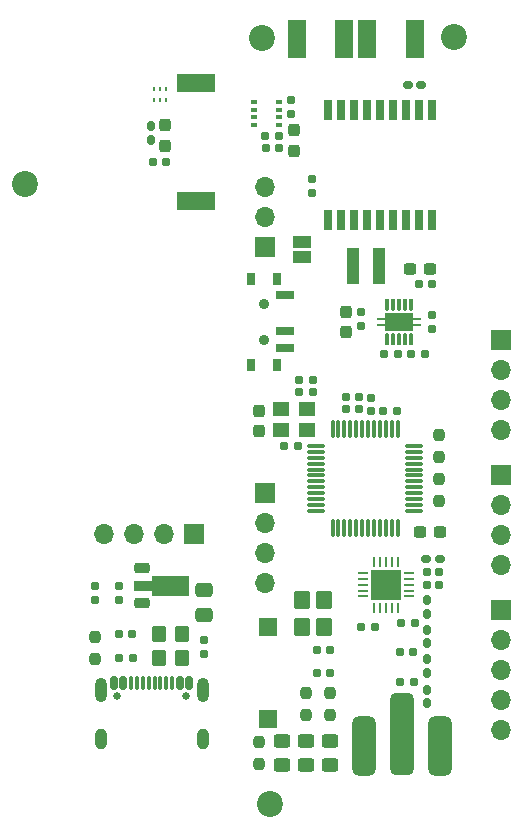
<source format=gbr>
%TF.GenerationSoftware,KiCad,Pcbnew,8.0.1*%
%TF.CreationDate,2024-07-19T12:33:08-04:00*%
%TF.ProjectId,Tiny4FSK,54696e79-3446-4534-9b2e-6b696361645f,rev?*%
%TF.SameCoordinates,Original*%
%TF.FileFunction,Soldermask,Top*%
%TF.FilePolarity,Negative*%
%FSLAX46Y46*%
G04 Gerber Fmt 4.6, Leading zero omitted, Abs format (unit mm)*
G04 Created by KiCad (PCBNEW 8.0.1) date 2024-07-19 12:33:08*
%MOMM*%
%LPD*%
G01*
G04 APERTURE LIST*
G04 Aperture macros list*
%AMRoundRect*
0 Rectangle with rounded corners*
0 $1 Rounding radius*
0 $2 $3 $4 $5 $6 $7 $8 $9 X,Y pos of 4 corners*
0 Add a 4 corners polygon primitive as box body*
4,1,4,$2,$3,$4,$5,$6,$7,$8,$9,$2,$3,0*
0 Add four circle primitives for the rounded corners*
1,1,$1+$1,$2,$3*
1,1,$1+$1,$4,$5*
1,1,$1+$1,$6,$7*
1,1,$1+$1,$8,$9*
0 Add four rect primitives between the rounded corners*
20,1,$1+$1,$2,$3,$4,$5,0*
20,1,$1+$1,$4,$5,$6,$7,0*
20,1,$1+$1,$6,$7,$8,$9,0*
20,1,$1+$1,$8,$9,$2,$3,0*%
%AMFreePoly0*
4,1,9,3.862500,-0.866500,0.737500,-0.866500,0.737500,-0.450000,-0.737500,-0.450000,-0.737500,0.450000,0.737500,0.450000,0.737500,0.866500,3.862500,0.866500,3.862500,-0.866500,3.862500,-0.866500,$1*%
G04 Aperture macros list end*
%ADD10R,0.280000X0.425000*%
%ADD11RoundRect,0.237500X0.237500X-0.300000X0.237500X0.300000X-0.237500X0.300000X-0.237500X-0.300000X0*%
%ADD12RoundRect,0.102000X-0.700000X1.500000X-0.700000X-1.500000X0.700000X-1.500000X0.700000X1.500000X0*%
%ADD13RoundRect,0.160000X0.160000X-0.222500X0.160000X0.222500X-0.160000X0.222500X-0.160000X-0.222500X0*%
%ADD14C,2.200000*%
%ADD15RoundRect,0.160000X-0.160000X0.222500X-0.160000X-0.222500X0.160000X-0.222500X0.160000X0.222500X0*%
%ADD16RoundRect,0.155000X0.212500X0.155000X-0.212500X0.155000X-0.212500X-0.155000X0.212500X-0.155000X0*%
%ADD17R,1.400000X1.200000*%
%ADD18C,0.650000*%
%ADD19RoundRect,0.150000X-0.150000X-0.425000X0.150000X-0.425000X0.150000X0.425000X-0.150000X0.425000X0*%
%ADD20RoundRect,0.075000X-0.075000X-0.500000X0.075000X-0.500000X0.075000X0.500000X-0.075000X0.500000X0*%
%ADD21O,1.000000X2.100000*%
%ADD22O,1.000000X1.800000*%
%ADD23RoundRect,0.237500X0.237500X-0.250000X0.237500X0.250000X-0.237500X0.250000X-0.237500X-0.250000X0*%
%ADD24RoundRect,0.160000X-0.197500X-0.160000X0.197500X-0.160000X0.197500X0.160000X-0.197500X0.160000X0*%
%ADD25R,1.700000X1.700000*%
%ADD26O,1.700000X1.700000*%
%ADD27RoundRect,0.155000X0.155000X-0.212500X0.155000X0.212500X-0.155000X0.212500X-0.155000X-0.212500X0*%
%ADD28R,1.500000X1.000000*%
%ADD29RoundRect,0.250000X-0.475000X0.337500X-0.475000X-0.337500X0.475000X-0.337500X0.475000X0.337500X0*%
%ADD30RoundRect,0.237500X-0.237500X0.300000X-0.237500X-0.300000X0.237500X-0.300000X0.237500X0.300000X0*%
%ADD31RoundRect,0.160000X-0.222500X-0.160000X0.222500X-0.160000X0.222500X0.160000X-0.222500X0.160000X0*%
%ADD32RoundRect,0.225000X-0.425000X-0.225000X0.425000X-0.225000X0.425000X0.225000X-0.425000X0.225000X0*%
%ADD33FreePoly0,0.000000*%
%ADD34RoundRect,0.160000X0.197500X0.160000X-0.197500X0.160000X-0.197500X-0.160000X0.197500X-0.160000X0*%
%ADD35RoundRect,0.237500X0.300000X0.237500X-0.300000X0.237500X-0.300000X-0.237500X0.300000X-0.237500X0*%
%ADD36RoundRect,0.155000X-0.155000X0.212500X-0.155000X-0.212500X0.155000X-0.212500X0.155000X0.212500X0*%
%ADD37RoundRect,0.062500X0.350000X0.062500X-0.350000X0.062500X-0.350000X-0.062500X0.350000X-0.062500X0*%
%ADD38RoundRect,0.062500X0.062500X0.350000X-0.062500X0.350000X-0.062500X-0.350000X0.062500X-0.350000X0*%
%ADD39R,2.500000X2.500000*%
%ADD40R,0.800000X1.800000*%
%ADD41RoundRect,0.250000X0.350000X0.450000X-0.350000X0.450000X-0.350000X-0.450000X0.350000X-0.450000X0*%
%ADD42RoundRect,0.237500X-0.237500X0.250000X-0.237500X-0.250000X0.237500X-0.250000X0.237500X0.250000X0*%
%ADD43RoundRect,0.155000X-0.212500X-0.155000X0.212500X-0.155000X0.212500X0.155000X-0.212500X0.155000X0*%
%ADD44RoundRect,0.250000X-0.450000X0.325000X-0.450000X-0.325000X0.450000X-0.325000X0.450000X0.325000X0*%
%ADD45RoundRect,0.160000X-0.160000X0.197500X-0.160000X-0.197500X0.160000X-0.197500X0.160000X0.197500X0*%
%ADD46RoundRect,0.070000X-0.140000X0.140000X-0.140000X-0.140000X0.140000X-0.140000X0.140000X0.140000X0*%
%ADD47O,0.420000X0.990000*%
%ADD48C,0.600000*%
%ADD49R,1.050000X0.680000*%
%ADD50R,0.500000X0.260000*%
%ADD51R,0.700000X0.280000*%
%ADD52R,2.400000X1.650000*%
%ADD53RoundRect,0.500000X0.500000X3.000000X-0.500000X3.000000X-0.500000X-3.000000X0.500000X-3.000000X0*%
%ADD54C,2.000000*%
%ADD55RoundRect,0.500000X0.500000X2.000000X-0.500000X2.000000X-0.500000X-2.000000X0.500000X-2.000000X0*%
%ADD56RoundRect,0.160000X0.222500X0.160000X-0.222500X0.160000X-0.222500X-0.160000X0.222500X-0.160000X0*%
%ADD57RoundRect,0.160000X0.160000X-0.197500X0.160000X0.197500X-0.160000X0.197500X-0.160000X-0.197500X0*%
%ADD58R,0.500000X0.350000*%
%ADD59RoundRect,0.237500X-0.300000X-0.237500X0.300000X-0.237500X0.300000X0.237500X-0.300000X0.237500X0*%
%ADD60R,1.140000X3.050000*%
%ADD61RoundRect,0.102000X-1.500000X-0.700000X1.500000X-0.700000X1.500000X0.700000X-1.500000X0.700000X0*%
%ADD62RoundRect,0.102000X-0.550000X-0.650000X0.550000X-0.650000X0.550000X0.650000X-0.550000X0.650000X0*%
%ADD63RoundRect,0.075000X-0.662500X-0.075000X0.662500X-0.075000X0.662500X0.075000X-0.662500X0.075000X0*%
%ADD64RoundRect,0.075000X-0.075000X-0.662500X0.075000X-0.662500X0.075000X0.662500X-0.075000X0.662500X0*%
%ADD65R,0.800000X1.000000*%
%ADD66C,0.900000*%
%ADD67R,1.500000X0.700000*%
%ADD68R,1.500000X1.500000*%
G04 APERTURE END LIST*
D10*
%TO.C,U9*%
X133878000Y-50062000D03*
X133378000Y-50062000D03*
X132878000Y-50062000D03*
X132878000Y-50937000D03*
X133378000Y-50937000D03*
X133878000Y-50937000D03*
%TD*%
D11*
%TO.C,C29*%
X133823167Y-54839928D03*
X133823167Y-53114928D03*
%TD*%
D12*
%TO.C,AE1*%
X148950000Y-45823000D03*
X150950000Y-45823000D03*
X155019438Y-45811339D03*
X145019438Y-45811339D03*
%TD*%
D13*
%TO.C,L8*%
X132595000Y-53192500D03*
X132595000Y-54337500D03*
%TD*%
D14*
%TO.C,H4*%
X142740304Y-110576559D03*
%TD*%
%TO.C,H2*%
X158250000Y-45600000D03*
%TD*%
D15*
%TO.C,L5*%
X156000000Y-95826250D03*
X156000000Y-96971250D03*
%TD*%
D16*
%TO.C,C11*%
X150249421Y-77094782D03*
X149114421Y-77094782D03*
%TD*%
D17*
%TO.C,U4*%
X145850000Y-77125000D03*
X143650000Y-77125000D03*
X143650000Y-78875000D03*
X145850000Y-78875000D03*
%TD*%
D18*
%TO.C,J7*%
X129786776Y-101405139D03*
X135566776Y-101405139D03*
D19*
X129476776Y-100330139D03*
X130276776Y-100330139D03*
D20*
X131426776Y-100330139D03*
X132426776Y-100330139D03*
X132926776Y-100330139D03*
X133926776Y-100330139D03*
D19*
X135076776Y-100330139D03*
X135876776Y-100330139D03*
X135876776Y-100330139D03*
X135076776Y-100330139D03*
D20*
X134426776Y-100330139D03*
X133426776Y-100330139D03*
X131926776Y-100330139D03*
X130926776Y-100330139D03*
D19*
X130276776Y-100330139D03*
X129476776Y-100330139D03*
D21*
X128356776Y-100905139D03*
D22*
X128356776Y-105085139D03*
D21*
X136996776Y-100905139D03*
D22*
X136996776Y-105085139D03*
%TD*%
D23*
%TO.C,FB1*%
X127865000Y-98277500D03*
X127865000Y-96452500D03*
%TD*%
D24*
%TO.C,R5*%
X145146049Y-74699191D03*
X146341049Y-74699191D03*
%TD*%
D25*
%TO.C,J4*%
X142250000Y-84210000D03*
D26*
X142250000Y-86750000D03*
X142250000Y-89290000D03*
X142250000Y-91830000D03*
%TD*%
D27*
%TO.C,C16*%
X157020822Y-92035999D03*
X157020822Y-90900999D03*
%TD*%
D28*
%TO.C,JP1*%
X145415249Y-64253719D03*
X145415249Y-62953719D03*
%TD*%
D25*
%TO.C,J3*%
X162250000Y-82700000D03*
D26*
X162250000Y-85240000D03*
X162250000Y-87780000D03*
X162250000Y-90320000D03*
%TD*%
D27*
%TO.C,C3*%
X146250000Y-58817500D03*
X146250000Y-57682500D03*
%TD*%
D14*
%TO.C,H3*%
X122000000Y-58050000D03*
%TD*%
D29*
%TO.C,C19*%
X137131627Y-92455116D03*
X137131627Y-94530116D03*
%TD*%
D16*
%TO.C,C20*%
X154955655Y-95216644D03*
X153820655Y-95216644D03*
%TD*%
D14*
%TO.C,H1*%
X142000000Y-45750000D03*
%TD*%
D30*
%TO.C,C7*%
X149145000Y-68892500D03*
X149145000Y-70617500D03*
%TD*%
D15*
%TO.C,L7*%
X156000000Y-100898750D03*
X156000000Y-102043750D03*
%TD*%
D31*
%TO.C,L1*%
X154366485Y-49712967D03*
X155511485Y-49712967D03*
%TD*%
D32*
%TO.C,U7*%
X131885000Y-90590000D03*
X131885000Y-93590000D03*
D33*
X131972500Y-92090000D03*
%TD*%
D34*
%TO.C,R2*%
X143469572Y-54041843D03*
X142274572Y-54041843D03*
%TD*%
D35*
%TO.C,C14*%
X157112500Y-87500000D03*
X155387500Y-87500000D03*
%TD*%
D36*
%TO.C,C6*%
X150395000Y-68937500D03*
X150395000Y-70072500D03*
%TD*%
D37*
%TO.C,U6*%
X154437500Y-93000000D03*
X154437500Y-92500000D03*
X154437500Y-92000000D03*
X154437500Y-91500000D03*
X154437500Y-91000000D03*
D38*
X153500000Y-90062500D03*
X153000000Y-90062500D03*
X152500000Y-90062500D03*
X152000000Y-90062500D03*
X151500000Y-90062500D03*
D37*
X150562500Y-91000000D03*
X150562500Y-91500000D03*
X150562500Y-92000000D03*
X150562500Y-92500000D03*
X150562500Y-93000000D03*
D38*
X151500000Y-93937500D03*
X152000000Y-93937500D03*
X152500000Y-93937500D03*
X153000000Y-93937500D03*
X153500000Y-93937500D03*
D39*
X152500000Y-92000000D03*
%TD*%
D16*
%TO.C,C2*%
X143462061Y-55018579D03*
X142327061Y-55018579D03*
%TD*%
D27*
%TO.C,C18*%
X129931512Y-93270813D03*
X129931512Y-92135813D03*
%TD*%
D40*
%TO.C,U2*%
X147602759Y-61121296D03*
X148702759Y-61121296D03*
X149802759Y-61121296D03*
X150902759Y-61121296D03*
X152002759Y-61121296D03*
X153102759Y-61121296D03*
X154202759Y-61121296D03*
X155302759Y-61121296D03*
X156402759Y-61121296D03*
X156402759Y-51806296D03*
X155302759Y-51806296D03*
X154202759Y-51806296D03*
X153102759Y-51806296D03*
X152002759Y-51806296D03*
X150902759Y-51806296D03*
X149802759Y-51806296D03*
X148702759Y-51806296D03*
X147602759Y-51806296D03*
%TD*%
D41*
%TO.C,R12*%
X135285858Y-98167619D03*
X133285858Y-98167619D03*
%TD*%
D42*
%TO.C,R9*%
X157000000Y-83087500D03*
X157000000Y-84912500D03*
%TD*%
D24*
%TO.C,R3*%
X152376835Y-72431865D03*
X153571835Y-72431865D03*
%TD*%
D43*
%TO.C,C21*%
X150425508Y-95564505D03*
X151560508Y-95564505D03*
%TD*%
D16*
%TO.C,C25*%
X131064592Y-98186046D03*
X129929592Y-98186046D03*
%TD*%
D44*
%TO.C,D1*%
X143750000Y-105225000D03*
X143750000Y-107275000D03*
%TD*%
D25*
%TO.C,J1*%
X142294431Y-63452157D03*
D26*
X142294431Y-60912157D03*
X142294431Y-58372157D03*
%TD*%
D45*
%TO.C,R1*%
X144509334Y-50991849D03*
X144509334Y-52186849D03*
%TD*%
D44*
%TO.C,D3*%
X147750000Y-105225000D03*
X147750000Y-107275000D03*
%TD*%
D46*
%TO.C,U3*%
X154635000Y-67995000D03*
D47*
X154635000Y-68280000D03*
D46*
X154135000Y-67995000D03*
D47*
X154135000Y-68280000D03*
D46*
X153635000Y-67995000D03*
D47*
X153635000Y-68280000D03*
D46*
X153135000Y-67995000D03*
D47*
X153135000Y-68280000D03*
D46*
X152635000Y-67995000D03*
D47*
X152635000Y-68280000D03*
X152635000Y-71230000D03*
D46*
X152635000Y-71515000D03*
D47*
X153135000Y-71230000D03*
D46*
X153135000Y-71515000D03*
D47*
X153635000Y-71230000D03*
D46*
X153635000Y-71515000D03*
D47*
X154135000Y-71230000D03*
D46*
X154135000Y-71515000D03*
D47*
X154635000Y-71230000D03*
D46*
X154635000Y-71515000D03*
D48*
X154385000Y-69255000D03*
X152885000Y-69255000D03*
D49*
X154270000Y-69305000D03*
X153000000Y-69305000D03*
D50*
X155265000Y-69505000D03*
D51*
X155185000Y-69505000D03*
X152085000Y-69505000D03*
D50*
X152005000Y-69505000D03*
D48*
X153635000Y-69755000D03*
D52*
X153635000Y-69755000D03*
D50*
X155265000Y-70005000D03*
D51*
X155185000Y-70005000D03*
X152085000Y-70005000D03*
D50*
X152005000Y-70005000D03*
D49*
X154270000Y-70205000D03*
X153000000Y-70205000D03*
D48*
X154385000Y-70255000D03*
X152885000Y-70255000D03*
%TD*%
D23*
%TO.C,R8*%
X157000000Y-81162500D03*
X157000000Y-79337500D03*
%TD*%
D11*
%TO.C,C12*%
X141798491Y-79001099D03*
X141798491Y-77276099D03*
%TD*%
D53*
%TO.C,AE2*%
X153911023Y-104665790D03*
D54*
X153911023Y-105665790D03*
D55*
X150696023Y-105665790D03*
X157126023Y-105665790D03*
%TD*%
D56*
%TO.C,L3*%
X157089522Y-89867029D03*
X155944522Y-89867029D03*
%TD*%
D23*
%TO.C,R13*%
X145759462Y-103017515D03*
X145759462Y-101192515D03*
%TD*%
D16*
%TO.C,C23*%
X147817500Y-97500000D03*
X146682500Y-97500000D03*
%TD*%
D42*
%TO.C,R15*%
X141750000Y-105337500D03*
X141750000Y-107162500D03*
%TD*%
D25*
%TO.C,J2*%
X162250000Y-71250000D03*
D26*
X162250000Y-73790000D03*
X162250000Y-76330000D03*
X162250000Y-78870000D03*
%TD*%
D43*
%TO.C,C22*%
X129914767Y-96192151D03*
X131049767Y-96192151D03*
%TD*%
D41*
%TO.C,R10*%
X135272329Y-96217676D03*
X133272329Y-96217676D03*
%TD*%
D57*
%TO.C,R11*%
X137111918Y-97863080D03*
X137111918Y-96668080D03*
%TD*%
D25*
%TO.C,J5*%
X136241300Y-87746215D03*
D26*
X133701300Y-87746215D03*
X131161300Y-87746215D03*
X128621300Y-87746215D03*
%TD*%
D11*
%TO.C,C1*%
X144767423Y-55252003D03*
X144767423Y-53527003D03*
%TD*%
D43*
%TO.C,C26*%
X146682500Y-99500000D03*
X147817500Y-99500000D03*
%TD*%
D58*
%TO.C,U1*%
X141385220Y-53079470D03*
X141385220Y-52429470D03*
X141385220Y-51779470D03*
X141385220Y-51129470D03*
X143435220Y-51129470D03*
X143435220Y-51779470D03*
X143435220Y-52429470D03*
X143435220Y-53079470D03*
%TD*%
D25*
%TO.C,J6*%
X162250000Y-94175000D03*
D26*
X162250000Y-96715000D03*
X162250000Y-99255000D03*
X162250000Y-101795000D03*
X162250000Y-104335000D03*
%TD*%
D44*
%TO.C,D2*%
X145750000Y-105225000D03*
X145750000Y-107275000D03*
%TD*%
D59*
%TO.C,C4*%
X154532500Y-65255000D03*
X156257500Y-65255000D03*
%TD*%
D16*
%TO.C,C24*%
X154817500Y-97721250D03*
X153682500Y-97721250D03*
%TD*%
D60*
%TO.C,L2*%
X151895000Y-65005000D03*
X149735000Y-65005000D03*
%TD*%
D36*
%TO.C,C10*%
X151250000Y-76182500D03*
X151250000Y-77317500D03*
%TD*%
D61*
%TO.C,AE3*%
X136405752Y-49500000D03*
X136405752Y-59500000D03*
%TD*%
D15*
%TO.C,L6*%
X156000000Y-98326250D03*
X156000000Y-99471250D03*
%TD*%
D16*
%TO.C,C28*%
X133902500Y-56205000D03*
X132767500Y-56205000D03*
%TD*%
%TO.C,C13*%
X145049522Y-80286216D03*
X143914522Y-80286216D03*
%TD*%
D62*
%TO.C,U8*%
X145375696Y-93296174D03*
X145375696Y-95596174D03*
X147275696Y-95596174D03*
X147275696Y-93296174D03*
%TD*%
D34*
%TO.C,R6*%
X146342157Y-75654572D03*
X145147157Y-75654572D03*
%TD*%
D24*
%TO.C,R7*%
X152277171Y-77296768D03*
X153472171Y-77296768D03*
%TD*%
D36*
%TO.C,C8*%
X156395000Y-69187500D03*
X156395000Y-70322500D03*
%TD*%
D23*
%TO.C,R14*%
X147759462Y-103017515D03*
X147759462Y-101192515D03*
%TD*%
D27*
%TO.C,C17*%
X127920231Y-93264638D03*
X127920231Y-92129638D03*
%TD*%
D63*
%TO.C,U5*%
X146587500Y-80250000D03*
X146587500Y-80750000D03*
X146587500Y-81250000D03*
X146587500Y-81750000D03*
X146587500Y-82250000D03*
X146587500Y-82750000D03*
X146587500Y-83250000D03*
X146587500Y-83750000D03*
X146587500Y-84250000D03*
X146587500Y-84750000D03*
X146587500Y-85250000D03*
X146587500Y-85750000D03*
D64*
X148000000Y-87162500D03*
X148500000Y-87162500D03*
X149000000Y-87162500D03*
X149500000Y-87162500D03*
X150000000Y-87162500D03*
X150500000Y-87162500D03*
X151000000Y-87162500D03*
X151500000Y-87162500D03*
X152000000Y-87162500D03*
X152500000Y-87162500D03*
X153000000Y-87162500D03*
X153500000Y-87162500D03*
D63*
X154912500Y-85750000D03*
X154912500Y-85250000D03*
X154912500Y-84750000D03*
X154912500Y-84250000D03*
X154912500Y-83750000D03*
X154912500Y-83250000D03*
X154912500Y-82750000D03*
X154912500Y-82250000D03*
X154912500Y-81750000D03*
X154912500Y-81250000D03*
X154912500Y-80750000D03*
X154912500Y-80250000D03*
D64*
X153500000Y-78837500D03*
X153000000Y-78837500D03*
X152500000Y-78837500D03*
X152000000Y-78837500D03*
X151500000Y-78837500D03*
X151000000Y-78837500D03*
X150500000Y-78837500D03*
X150000000Y-78837500D03*
X149500000Y-78837500D03*
X149000000Y-78837500D03*
X148500000Y-78837500D03*
X148000000Y-78837500D03*
%TD*%
D65*
%TO.C,SW1*%
X143299224Y-66100085D03*
X141089224Y-66100085D03*
D66*
X142189224Y-68250085D03*
X142189224Y-71250085D03*
D65*
X143299224Y-73400085D03*
X141089224Y-73400085D03*
D67*
X143949224Y-67500085D03*
X143949224Y-70500085D03*
X143949224Y-72000085D03*
%TD*%
D43*
%TO.C,C9*%
X149114421Y-76133145D03*
X150249421Y-76133145D03*
%TD*%
%TO.C,C5*%
X155327500Y-66505000D03*
X156462500Y-66505000D03*
%TD*%
D24*
%TO.C,R4*%
X154637648Y-72439291D03*
X155832648Y-72439291D03*
%TD*%
D68*
%TO.C,SW2*%
X142500000Y-103400000D03*
X142500000Y-95600000D03*
%TD*%
D15*
%TO.C,L4*%
X156000000Y-93326250D03*
X156000000Y-94471250D03*
%TD*%
D16*
%TO.C,C27*%
X154880910Y-100235963D03*
X153745910Y-100235963D03*
%TD*%
D36*
%TO.C,C15*%
X156000000Y-90903750D03*
X156000000Y-92038750D03*
%TD*%
M02*

</source>
